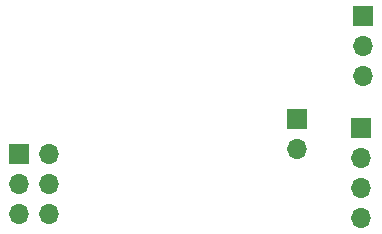
<source format=gbr>
G04 #@! TF.GenerationSoftware,KiCad,Pcbnew,(5.1.10)-1*
G04 #@! TF.CreationDate,2021-05-22T21:50:54-07:00*
G04 #@! TF.ProjectId,E-Bike,452d4269-6b65-42e6-9b69-6361645f7063,rev?*
G04 #@! TF.SameCoordinates,PX619eb90PY83695b8*
G04 #@! TF.FileFunction,Soldermask,Bot*
G04 #@! TF.FilePolarity,Negative*
%FSLAX45Y45*%
G04 Gerber Fmt 4.5, Leading zero omitted, Abs format (unit mm)*
G04 Created by KiCad (PCBNEW (5.1.10)-1) date 2021-05-22 21:50:54*
%MOMM*%
%LPD*%
G01*
G04 APERTURE LIST*
%ADD10O,1.700000X1.700000*%
%ADD11R,1.700000X1.700000*%
G04 APERTURE END LIST*
D10*
X2667000Y850900D03*
D11*
X2667000Y1104900D03*
D10*
X571500Y304800D03*
X317500Y304800D03*
X571500Y558800D03*
X317500Y558800D03*
X571500Y812800D03*
D11*
X317500Y812800D03*
D10*
X3225800Y1473200D03*
X3225800Y1727200D03*
D11*
X3225800Y1981200D03*
D10*
X3213100Y266700D03*
X3213100Y520700D03*
X3213100Y774700D03*
D11*
X3213100Y1028700D03*
M02*

</source>
